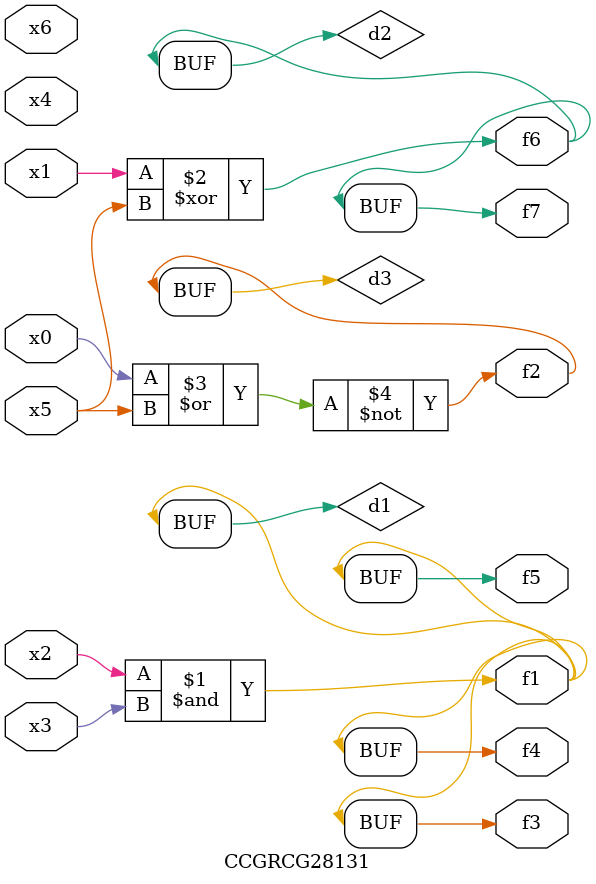
<source format=v>
module CCGRCG28131(
	input x0, x1, x2, x3, x4, x5, x6,
	output f1, f2, f3, f4, f5, f6, f7
);

	wire d1, d2, d3;

	and (d1, x2, x3);
	xor (d2, x1, x5);
	nor (d3, x0, x5);
	assign f1 = d1;
	assign f2 = d3;
	assign f3 = d1;
	assign f4 = d1;
	assign f5 = d1;
	assign f6 = d2;
	assign f7 = d2;
endmodule

</source>
